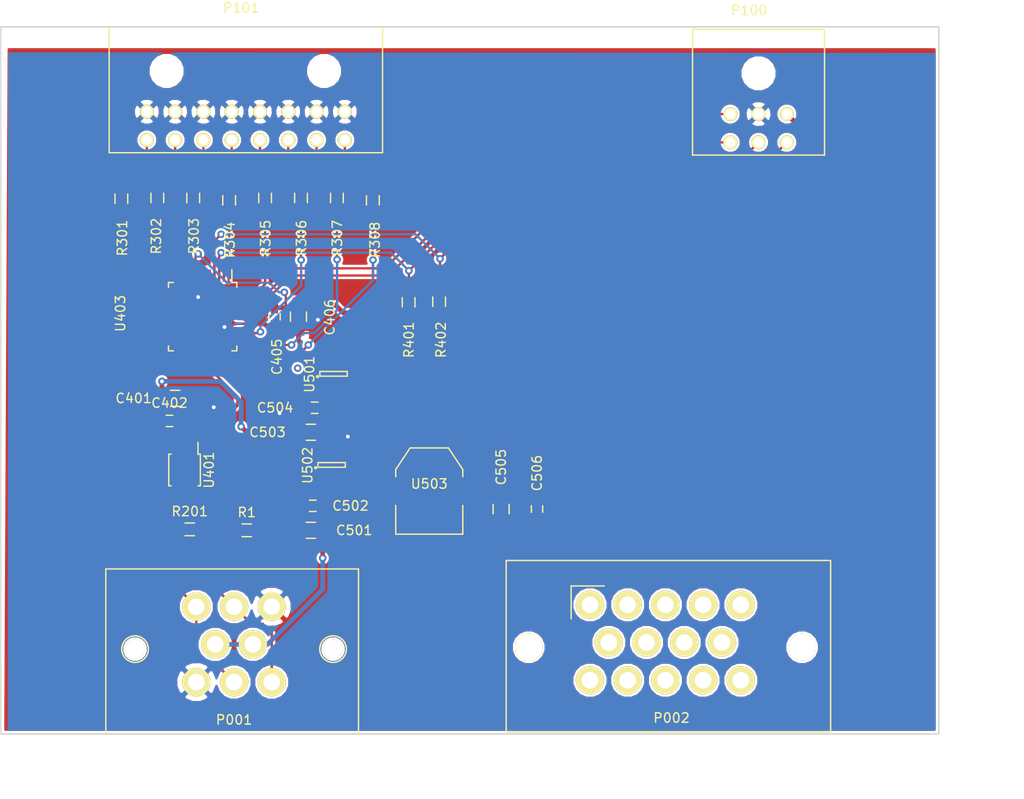
<source format=kicad_pcb>
(kicad_pcb (version 4) (host pcbnew 4.0.1-stable)
  (layers (0 F.Cu signal) (31 B.Cu signal hide) (34 B.Paste user) (35 F.Paste user) (36 B.SilkS user) (37 F.SilkS user) (38 B.Mask user) (39 F.Mask user) (44 Edge.Cuts user))
  (net 0 "")
  (net 1 "Net-(P002-Pad10)")
  (net 2 "Net-(P002-Pad2)")
  (net 3 "Net-(P002-Pad8)")
  (net 4 "Net-(P002-Pad7)")
  (net 5 "Net-(P002-Pad6)")
  (net 6 "Net-(P002-Pad5)")
  (net 7 "Net-(P002-Pad4)")
  (net 8 "Net-(P002-Pad3)")
  (net 9 "Net-(P002-Pad1)")
  (net 10 "Net-(P002-Pad9)")
  (net 11 "Net-(P101-Pad10)")
  (net 12 "Net-(P101-Pad12)")
  (net 13 "Net-(P101-Pad14)")
  (net 14 "Net-(P101-Pad16)")
  (net 15 GND)
  (net 16 +3V3)
  (net 17 /BACK_PANEL/CANH)
  (net 18 /FRONT_PANEL/MCU_RESET_N)
  (net 19 /FRONT_PANEL/MCU_PROG_N)
  (net 20 /FRONT_PANEL/RXD)
  (net 21 /FRONT_PANEL/TXD)
  (net 22 /FRONT_PANEL/LED0)
  (net 23 /FRONT_PANEL/LED2)
  (net 24 /FRONT_PANEL/LED4)
  (net 25 /FRONT_PANEL/LED6)
  (net 26 /FRONT_PANEL/LED1)
  (net 27 /FRONT_PANEL/LED3)
  (net 28 /FRONT_PANEL/LED5)
  (net 29 /FRONT_PANEL/LED7)
  (net 30 /Micro_Controller/PIO0_1)
  (net 31 "Net-(U403-Pad6)")
  (net 32 "Net-(U403-Pad7)")
  (net 33 "Net-(U403-Pad10)")
  (net 34 /Micro_Controller/PIO2_1)
  (net 35 /Micro_Controller/PIO0_3)
  (net 36 /Micro_Controller/PIO0_4)
  (net 37 /Micro_Controller/PIO0_5)
  (net 38 /Micro_Controller/PIO1_9)
  (net 39 /Micro_Controller/PIO2_4)
  (net 40 "Net-(U403-Pad21)")
  (net 41 "Net-(U403-Pad22)")
  (net 42 "Net-(U403-Pad23)")
  (net 43 "Net-(U403-Pad24)")
  (net 44 "Net-(U403-Pad25)")
  (net 45 /Micro_Controller/PIO2_2)
  (net 46 "Net-(U403-Pad27)")
  (net 47 "Net-(U403-Pad28)")
  (net 48 "Net-(U403-Pad29)")
  (net 49 /Micro_Controller/PIO1_10)
  (net 50 "Net-(U403-Pad31)")
  (net 51 /Micro_Controller/PIO0_11)
  (net 52 /Micro_Controller/PIO1_0)
  (net 53 /Micro_Controller/PIO1_1)
  (net 54 /Micro_Controller/PIO1_2)
  (net 55 /Micro_Controller/PIO2_3)
  (net 56 /Micro_Controller/PIO1_4)
  (net 57 /Micro_Controller/PIO1_11)
  (net 58 /Micro_Controller/PIO1_5)
  (net 59 "Net-(U501-Pad4)")
  (net 60 "Net-(P101-Pad9)")
  (net 61 "Net-(P101-Pad11)")
  (net 62 "Net-(P101-Pad13)")
  (net 63 "Net-(P101-Pad15)")
  (net 64 +5V)
  (net 65 /BACK_PANEL/CANL)
  (net 66 /Micro_Controller/CAN_RXD)
  (net 67 /Micro_Controller/CAN_TXD)
  (net 68 /Micro_Controller/PIO3_2)
  (net 69 +12V)
  (net 70 "Net-(U502-Pad4)")
  (net 71 "Net-(R1-Pad1)")
  (net 72 "Net-(U401-Pad5)")
  (net 73 VCC)
  (net 74 "Net-(P002-Pad14)")
  (net 75 "Net-(P002-Pad13)")
  (net 76 "Net-(P002-Pad12)")
  (net 77 "Net-(P002-Pad11)")
  (module Connectors_Molex:Connector_Microfit3_Header_02x03_Angled_43045-060x (layer F.Cu) (at 179.88 62.25 180)
    (fp_text reference P100 (at -2 11 180) (layer F.SilkS))
    (fp_text value ISP)
    (pad 1 thru_hole circle (at 0 0 180) (size 1.5 1.5) (drill 1.1) (layers *.Cu *.Mask F.SilkS) (net 21 /FRONT_PANEL/TXD))
    (pad 4 thru_hole circle (at 0 -3 180) (size 1.5 1.5) (drill 1.1) (layers *.Cu *.Mask F.SilkS) (net 20 /FRONT_PANEL/RXD))
    (pad 5 thru_hole circle (at -3 -3 180) (size 1.5 1.5) (drill 1.1) (layers *.Cu *.Mask F.SilkS) (net 18 /FRONT_PANEL/MCU_RESET_N))
    (pad 2 thru_hole circle (at -3 0 180) (size 1.5 1.5) (drill 1.1) (layers *.Cu *.Mask F.SilkS) (net 15 GND))
    (pad 6 thru_hole circle (at -6 -3 180) (size 1.5 1.5) (drill 1.1) (layers *.Cu *.Mask F.SilkS) (net 19 /FRONT_PANEL/MCU_PROG_N))
    (pad 3 thru_hole circle (at -6 0 180) (size 1.5 1.5) (drill 1.1) (layers *.Cu *.Mask F.SilkS) (net 64 +5V))
    (pad "" np_thru_hole circle (at -3 4.32 180) (size 3.1 3.1) (drill 3.1) (layers *.Cu *.Mask F.SilkS))
  )
  (module MITEVT_AUTOMOTIVECON:776280-1 (layer F.Cu) (at 123.25 122.5)
    (fp_text reference P001 (at 4 4) (layer F.SilkS))
    (fp_text value CANCONNECTOR)
    (pad 6 thru_hole circle (at 0 0) (size 3 3) (drill 1.75) (layers *.Cu *.Mask F.SilkS) (net 15 GND))
    (pad 1 thru_hole circle (at 0 -8) (size 3 3) (drill 1.75) (layers *.Cu *.Mask F.SilkS) (net 65 /BACK_PANEL/CANL))
    (pad 2 thru_hole circle (at 4 -8) (size 3 3) (drill 1.75) (layers *.Cu *.Mask F.SilkS) (net 17 /BACK_PANEL/CANH))
    (pad 3 thru_hole circle (at 8 -8) (size 3 3) (drill 1.75) (layers *.Cu *.Mask F.SilkS) (net 15 GND))
    (pad 7 thru_hole circle (at 4 0) (size 3 3) (drill 1.75) (layers *.Cu *.Mask F.SilkS) (net 65 /BACK_PANEL/CANL))
    (pad 8 thru_hole circle (at 8 0) (size 3 3) (drill 1.75) (layers *.Cu *.Mask F.SilkS) (net 17 /BACK_PANEL/CANH))
    (pad 5 thru_hole circle (at 6 -4) (size 3 3) (drill 1.75) (layers *.Cu *.Mask F.SilkS) (net 69 +12V))
    (pad 4 thru_hole circle (at 2 -4) (size 3 3) (drill 1.75) (layers *.Cu *.Mask F.SilkS) (net 69 +12V))
    (pad 9 thru_hole circle (at -6.5 -3.5) (size 2 2) (drill 2) (layers *.Cu *.Mask F.SilkS))
    (pad 10 thru_hole circle (at 14.5 -3.5) (size 2 2) (drill 2) (layers *.Cu *.Mask F.SilkS))
  )
  (module Connectors_Molex:Connector_Microfit3_Header_02x08_Angled_43045-160x (layer F.Cu) (at 118 62 180)
    (fp_text reference P101 (at -10 11 180) (layer F.SilkS))
    (fp_text value DEBUG_LED)
    (pad 9 thru_hole circle (at 0 -3 180) (size 1.5 1.5) (drill 1.1) (layers *.Cu *.Mask F.SilkS) (net 60 "Net-(P101-Pad9)"))
    (pad 1 thru_hole circle (at 0 0 180) (size 1.5 1.5) (drill 1.1) (layers *.Cu *.Mask F.SilkS) (net 15 GND))
    (pad 2 thru_hole circle (at -3 0 180) (size 1.5 1.5) (drill 1.1) (layers *.Cu *.Mask F.SilkS) (net 15 GND))
    (pad 10 thru_hole circle (at -3 -3 180) (size 1.5 1.5) (drill 1.1) (layers *.Cu *.Mask F.SilkS) (net 11 "Net-(P101-Pad10)"))
    (pad 11 thru_hole circle (at -6 -3 180) (size 1.5 1.5) (drill 1.1) (layers *.Cu *.Mask F.SilkS) (net 61 "Net-(P101-Pad11)"))
    (pad 3 thru_hole circle (at -6 0 180) (size 1.5 1.5) (drill 1.1) (layers *.Cu *.Mask F.SilkS) (net 15 GND))
    (pad 4 thru_hole circle (at -9 0 180) (size 1.5 1.5) (drill 1.1) (layers *.Cu *.Mask F.SilkS) (net 15 GND))
    (pad 12 thru_hole circle (at -9 -3 180) (size 1.5 1.5) (drill 1.1) (layers *.Cu *.Mask F.SilkS) (net 12 "Net-(P101-Pad12)"))
    (pad "" np_thru_hole circle (at -2.1 4.32 180) (size 3.1 3.1) (drill 3.1) (layers *.Cu *.Mask F.SilkS))
    (pad 13 thru_hole circle (at -12 -3 180) (size 1.5 1.5) (drill 1.1) (layers *.Cu *.Mask F.SilkS) (net 62 "Net-(P101-Pad13)"))
    (pad 5 thru_hole circle (at -12 0 180) (size 1.5 1.5) (drill 1.1) (layers *.Cu *.Mask F.SilkS) (net 15 GND))
    (pad 6 thru_hole circle (at -15 0 180) (size 1.5 1.5) (drill 1.1) (layers *.Cu *.Mask F.SilkS) (net 15 GND))
    (pad 14 thru_hole circle (at -15 -3 180) (size 1.5 1.5) (drill 1.1) (layers *.Cu *.Mask F.SilkS) (net 13 "Net-(P101-Pad14)"))
    (pad 15 thru_hole circle (at -18 -3 180) (size 1.5 1.5) (drill 1.1) (layers *.Cu *.Mask F.SilkS) (net 63 "Net-(P101-Pad15)"))
    (pad 7 thru_hole circle (at -18 0 180) (size 1.5 1.5) (drill 1.1) (layers *.Cu *.Mask F.SilkS) (net 15 GND))
    (pad 16 thru_hole circle (at -21 -3 180) (size 1.5 1.5) (drill 1.1) (layers *.Cu *.Mask F.SilkS) (net 14 "Net-(P101-Pad16)"))
    (pad 8 thru_hole circle (at -21 0 180) (size 1.5 1.5) (drill 1.1) (layers *.Cu *.Mask F.SilkS) (net 15 GND))
    (pad "" np_thru_hole circle (at -18.8 4.32 180) (size 3.1 3.1) (drill 3.1) (layers *.Cu *.Mask F.SilkS))
  )
  (module Capacitors_SMD:C_0805_HandSoldering (layer F.Cu) (at 121 92.4)
    (fp_text reference C401 (at -4.4 0) (layer F.SilkS))
    (fp_text value 10uF)
    (pad 1 smd rect (at -1.25 0) (size 1.5 1.25) (layers F.Cu F.Paste F.Mask) (net 64 +5V))
    (pad 2 smd rect (at 1.25 0) (size 1.5 1.25) (layers F.Cu F.Paste F.Mask) (net 15 GND))
  )
  (module Capacitors_SMD:C_0603_HandSoldering (layer F.Cu) (at 131.54 83.74 270)
    (fp_text reference C405 (at 4.26 -0.26 270) (layer F.SilkS))
    (fp_text value 0.1uF)
    (pad 1 smd rect (at -0.95 0 270) (size 1.2 0.75) (layers F.Cu F.Paste F.Mask) (net 16 +3V3))
    (pad 2 smd rect (at 0.95 0 270) (size 1.2 0.75) (layers F.Cu F.Paste F.Mask) (net 15 GND))
  )
  (module Capacitors_SMD:C_0805_HandSoldering (layer F.Cu) (at 134.08 83.74 270)
    (fp_text reference C406 (at 0.06 -3.32 270) (layer F.SilkS))
    (fp_text value 10uF)
    (pad 1 smd rect (at -1.25 0 270) (size 1.5 1.25) (layers F.Cu F.Paste F.Mask) (net 16 +3V3))
    (pad 2 smd rect (at 1.25 0 270) (size 1.5 1.25) (layers F.Cu F.Paste F.Mask) (net 15 GND))
  )
  (module Resistors_SMD:R_0603_HandSoldering (layer F.Cu) (at 122.555 106.299)
    (fp_text reference R201 (at 0 -1.9) (layer F.SilkS))
    (fp_text value R)
    (pad 1 smd rect (at -1.1 0) (size 1.2 0.9) (layers F.Cu F.Paste F.Mask) (net 65 /BACK_PANEL/CANL))
    (pad 2 smd rect (at 1.1 0) (size 1.2 0.9) (layers F.Cu F.Paste F.Mask) (net 17 /BACK_PANEL/CANH))
  )
  (module Resistors_SMD:R_0603_HandSoldering (layer F.Cu) (at 115.3 71.23 90)
    (fp_text reference R301 (at -4.17 0.1 90) (layer F.SilkS))
    (fp_text value 100)
    (pad 1 smd rect (at -1.1 0 90) (size 1.2 0.9) (layers F.Cu F.Paste F.Mask) (net 22 /FRONT_PANEL/LED0))
    (pad 2 smd rect (at 1.1 0 90) (size 1.2 0.9) (layers F.Cu F.Paste F.Mask) (net 60 "Net-(P101-Pad9)"))
  )
  (module Resistors_SMD:R_0603_HandSoldering (layer F.Cu) (at 119.11 71.15 270)
    (fp_text reference R302 (at 4.05 0.11 270) (layer F.SilkS))
    (fp_text value 100)
    (pad 1 smd rect (at -1.1 0 270) (size 1.2 0.9) (layers F.Cu F.Paste F.Mask) (net 11 "Net-(P101-Pad10)"))
    (pad 2 smd rect (at 1.1 0 270) (size 1.2 0.9) (layers F.Cu F.Paste F.Mask) (net 26 /FRONT_PANEL/LED1))
  )
  (module Resistors_SMD:R_0603_HandSoldering (layer F.Cu) (at 122.92 71.15 270)
    (fp_text reference R303 (at 4.05 -0.08 270) (layer F.SilkS))
    (fp_text value 100)
    (pad 1 smd rect (at -1.1 0 270) (size 1.2 0.9) (layers F.Cu F.Paste F.Mask) (net 61 "Net-(P101-Pad11)"))
    (pad 2 smd rect (at 1.1 0 270) (size 1.2 0.9) (layers F.Cu F.Paste F.Mask) (net 23 /FRONT_PANEL/LED2))
  )
  (module Resistors_SMD:R_0603_HandSoldering (layer F.Cu) (at 126.73 71.4 90)
    (fp_text reference R304 (at -4.2 0.07 90) (layer F.SilkS))
    (fp_text value 100)
    (pad 1 smd rect (at -1.1 0 90) (size 1.2 0.9) (layers F.Cu F.Paste F.Mask) (net 27 /FRONT_PANEL/LED3))
    (pad 2 smd rect (at 1.1 0 90) (size 1.2 0.9) (layers F.Cu F.Paste F.Mask) (net 12 "Net-(P101-Pad12)"))
  )
  (module Resistors_SMD:R_0603_HandSoldering (layer F.Cu) (at 130.54 71.15 270)
    (fp_text reference R305 (at 4.25 -0.06 270) (layer F.SilkS))
    (fp_text value 100)
    (pad 1 smd rect (at -1.1 0 270) (size 1.2 0.9) (layers F.Cu F.Paste F.Mask) (net 62 "Net-(P101-Pad13)"))
    (pad 2 smd rect (at 1.1 0 270) (size 1.2 0.9) (layers F.Cu F.Paste F.Mask) (net 24 /FRONT_PANEL/LED4))
  )
  (module Resistors_SMD:R_0603_HandSoldering (layer F.Cu) (at 134.35 71.15 90)
    (fp_text reference R306 (at -4.25 0.05 90) (layer F.SilkS))
    (fp_text value 100)
    (pad 1 smd rect (at -1.1 0 90) (size 1.2 0.9) (layers F.Cu F.Paste F.Mask) (net 28 /FRONT_PANEL/LED5))
    (pad 2 smd rect (at 1.1 0 90) (size 1.2 0.9) (layers F.Cu F.Paste F.Mask) (net 13 "Net-(P101-Pad14)"))
  )
  (module Resistors_SMD:R_0603_HandSoldering (layer F.Cu) (at 138.16 71.15 270)
    (fp_text reference R307 (at 4.25 -0.04 270) (layer F.SilkS))
    (fp_text value 100)
    (pad 1 smd rect (at -1.1 0 270) (size 1.2 0.9) (layers F.Cu F.Paste F.Mask) (net 63 "Net-(P101-Pad15)"))
    (pad 2 smd rect (at 1.1 0 270) (size 1.2 0.9) (layers F.Cu F.Paste F.Mask) (net 25 /FRONT_PANEL/LED6))
  )
  (module Resistors_SMD:R_0603_HandSoldering (layer F.Cu) (at 141.97 71.4 90)
    (fp_text reference R308 (at -4.2 0.23 90) (layer F.SilkS))
    (fp_text value 100)
    (pad 1 smd rect (at -1.1 0 90) (size 1.2 0.9) (layers F.Cu F.Paste F.Mask) (net 29 /FRONT_PANEL/LED7))
    (pad 2 smd rect (at 1.1 0 90) (size 1.2 0.9) (layers F.Cu F.Paste F.Mask) (net 14 "Net-(P101-Pad16)"))
  )
  (module Resistors_SMD:R_0603_HandSoldering (layer F.Cu) (at 145.764 82.216 90)
    (fp_text reference R401 (at -3.984 0.036 90) (layer F.SilkS))
    (fp_text value 10k)
    (pad 1 smd rect (at -1.1 0 90) (size 1.2 0.9) (layers F.Cu F.Paste F.Mask) (net 16 +3V3))
    (pad 2 smd rect (at 1.1 0 90) (size 1.2 0.9) (layers F.Cu F.Paste F.Mask) (net 18 /FRONT_PANEL/MCU_RESET_N))
  )
  (module Resistors_SMD:R_0603_HandSoldering (layer F.Cu) (at 149.0025 82.1525 90)
    (fp_text reference R402 (at -4.0475 0.1975 90) (layer F.SilkS))
    (fp_text value 10k)
    (pad 1 smd rect (at -1.1 0 90) (size 1.2 0.9) (layers F.Cu F.Paste F.Mask) (net 16 +3V3))
    (pad 2 smd rect (at 1.1 0 90) (size 1.2 0.9) (layers F.Cu F.Paste F.Mask) (net 19 /FRONT_PANEL/MCU_PROG_N))
  )
  (module Housings_SSOP:MSOP-8_3x3mm_Pitch0.65mm (layer F.Cu) (at 122 100 270)
    (fp_text reference U401 (at 0 -2.6 270) (layer F.SilkS))
    (fp_text value MCP2551-I/SN)
    (pad 1 smd rect (at -2.2 -0.975 270) (size 1.45 0.45) (layers F.Cu F.Paste F.Mask) (net 67 /Micro_Controller/CAN_TXD))
    (pad 2 smd rect (at -2.2 -0.325 270) (size 1.45 0.45) (layers F.Cu F.Paste F.Mask) (net 15 GND))
    (pad 3 smd rect (at -2.2 0.325 270) (size 1.45 0.45) (layers F.Cu F.Paste F.Mask) (net 64 +5V))
    (pad 4 smd rect (at -2.2 0.975 270) (size 1.45 0.45) (layers F.Cu F.Paste F.Mask) (net 66 /Micro_Controller/CAN_RXD))
    (pad 5 smd rect (at 2.2 0.975 270) (size 1.45 0.45) (layers F.Cu F.Paste F.Mask) (net 72 "Net-(U401-Pad5)"))
    (pad 6 smd rect (at 2.2 0.325 270) (size 1.45 0.45) (layers F.Cu F.Paste F.Mask) (net 65 /BACK_PANEL/CANL))
    (pad 7 smd rect (at 2.2 -0.325 270) (size 1.45 0.45) (layers F.Cu F.Paste F.Mask) (net 17 /BACK_PANEL/CANH))
    (pad 8 smd rect (at 2.2 -0.975 270) (size 1.45 0.45) (layers F.Cu F.Paste F.Mask) (net 71 "Net-(R1-Pad1)"))
  )
  (module Housings_QFP:LQFP-48_7x7mm_Pitch0.5mm (layer F.Cu) (at 123.92 83.74 270)
    (fp_text reference U403 (at -0.34 8.72 270) (layer F.SilkS))
    (fp_text value LPC11C14)
    (pad 1 smd rect (at -4.35 -2.75 270) (size 1.3 0.25) (layers F.Cu F.Paste F.Mask) (net 27 /FRONT_PANEL/LED3))
    (pad 2 smd rect (at -4.35 -2.25 270) (size 1.3 0.25) (layers F.Cu F.Paste F.Mask) (net 30 /Micro_Controller/PIO0_1))
    (pad 3 smd rect (at -4.35 -1.75 270) (size 1.3 0.25) (layers F.Cu F.Paste F.Mask) (net 18 /FRONT_PANEL/MCU_RESET_N))
    (pad 4 smd rect (at -4.35 -1.25 270) (size 1.3 0.25) (layers F.Cu F.Paste F.Mask) (net 19 /FRONT_PANEL/MCU_PROG_N))
    (pad 5 smd rect (at -4.35 -0.75 270) (size 1.3 0.25) (layers F.Cu F.Paste F.Mask) (net 15 GND))
    (pad 6 smd rect (at -4.35 -0.25 270) (size 1.3 0.25) (layers F.Cu F.Paste F.Mask) (net 31 "Net-(U403-Pad6)"))
    (pad 7 smd rect (at -4.35 0.25 270) (size 1.3 0.25) (layers F.Cu F.Paste F.Mask) (net 32 "Net-(U403-Pad7)"))
    (pad 8 smd rect (at -4.35 0.75 270) (size 1.3 0.25) (layers F.Cu F.Paste F.Mask) (net 16 +3V3))
    (pad 9 smd rect (at -4.35 1.25 270) (size 1.3 0.25) (layers F.Cu F.Paste F.Mask) (net 23 /FRONT_PANEL/LED2))
    (pad 10 smd rect (at -4.35 1.75 270) (size 1.3 0.25) (layers F.Cu F.Paste F.Mask) (net 33 "Net-(U403-Pad10)"))
    (pad 11 smd rect (at -4.35 2.25 270) (size 1.3 0.25) (layers F.Cu F.Paste F.Mask) (net 26 /FRONT_PANEL/LED1))
    (pad 12 smd rect (at -4.35 2.75 270) (size 1.3 0.25) (layers F.Cu F.Paste F.Mask) (net 22 /FRONT_PANEL/LED0))
    (pad 13 smd rect (at -2.75 4.35) (size 1.3 0.25) (layers F.Cu F.Paste F.Mask) (net 34 /Micro_Controller/PIO2_1))
    (pad 14 smd rect (at -2.25 4.35) (size 1.3 0.25) (layers F.Cu F.Paste F.Mask) (net 35 /Micro_Controller/PIO0_3))
    (pad 15 smd rect (at -1.75 4.35) (size 1.3 0.25) (layers F.Cu F.Paste F.Mask) (net 36 /Micro_Controller/PIO0_4))
    (pad 16 smd rect (at -1.25 4.35) (size 1.3 0.25) (layers F.Cu F.Paste F.Mask) (net 37 /Micro_Controller/PIO0_5))
    (pad 17 smd rect (at -0.75 4.35) (size 1.3 0.25) (layers F.Cu F.Paste F.Mask) (net 38 /Micro_Controller/PIO1_9))
    (pad 18 smd rect (at -0.25 4.35) (size 1.3 0.25) (layers F.Cu F.Paste F.Mask) (net 39 /Micro_Controller/PIO2_4))
    (pad 19 smd rect (at 0.25 4.35) (size 1.3 0.25) (layers F.Cu F.Paste F.Mask) (net 66 /Micro_Controller/CAN_RXD))
    (pad 20 smd rect (at 0.75 4.35) (size 1.3 0.25) (layers F.Cu F.Paste F.Mask) (net 67 /Micro_Controller/CAN_TXD))
    (pad 21 smd rect (at 1.25 4.35) (size 1.3 0.25) (layers F.Cu F.Paste F.Mask) (net 40 "Net-(U403-Pad21)"))
    (pad 22 smd rect (at 1.75 4.35) (size 1.3 0.25) (layers F.Cu F.Paste F.Mask) (net 41 "Net-(U403-Pad22)"))
    (pad 23 smd rect (at 2.25 4.35) (size 1.3 0.25) (layers F.Cu F.Paste F.Mask) (net 42 "Net-(U403-Pad23)"))
    (pad 24 smd rect (at 2.75 4.35) (size 1.3 0.25) (layers F.Cu F.Paste F.Mask) (net 43 "Net-(U403-Pad24)"))
    (pad 25 smd rect (at 4.35 2.75 270) (size 1.3 0.25) (layers F.Cu F.Paste F.Mask) (net 44 "Net-(U403-Pad25)"))
    (pad 26 smd rect (at 4.35 2.25 270) (size 1.3 0.25) (layers F.Cu F.Paste F.Mask) (net 45 /Micro_Controller/PIO2_2))
    (pad 27 smd rect (at 4.35 1.75 270) (size 1.3 0.25) (layers F.Cu F.Paste F.Mask) (net 46 "Net-(U403-Pad27)"))
    (pad 28 smd rect (at 4.35 1.25 270) (size 1.3 0.25) (layers F.Cu F.Paste F.Mask) (net 47 "Net-(U403-Pad28)"))
    (pad 29 smd rect (at 4.35 0.75 270) (size 1.3 0.25) (layers F.Cu F.Paste F.Mask) (net 48 "Net-(U403-Pad29)"))
    (pad 30 smd rect (at 4.35 0.25 270) (size 1.3 0.25) (layers F.Cu F.Paste F.Mask) (net 49 /Micro_Controller/PIO1_10))
    (pad 31 smd rect (at 4.35 -0.25 270) (size 1.3 0.25) (layers F.Cu F.Paste F.Mask) (net 50 "Net-(U403-Pad31)"))
    (pad 32 smd rect (at 4.35 -0.75 270) (size 1.3 0.25) (layers F.Cu F.Paste F.Mask) (net 51 /Micro_Controller/PIO0_11))
    (pad 33 smd rect (at 4.35 -1.25 270) (size 1.3 0.25) (layers F.Cu F.Paste F.Mask) (net 52 /Micro_Controller/PIO1_0))
    (pad 34 smd rect (at 4.35 -1.75 270) (size 1.3 0.25) (layers F.Cu F.Paste F.Mask) (net 53 /Micro_Controller/PIO1_1))
    (pad 35 smd rect (at 4.35 -2.25 270) (size 1.3 0.25) (layers F.Cu F.Paste F.Mask) (net 54 /Micro_Controller/PIO1_2))
    (pad 36 smd rect (at 4.35 -2.75 270) (size 1.3 0.25) (layers F.Cu F.Paste F.Mask) (net 29 /FRONT_PANEL/LED7))
    (pad 37 smd rect (at 2.75 -4.35) (size 1.3 0.25) (layers F.Cu F.Paste F.Mask) (net 25 /FRONT_PANEL/LED6))
    (pad 38 smd rect (at 2.25 -4.35) (size 1.3 0.25) (layers F.Cu F.Paste F.Mask) (net 55 /Micro_Controller/PIO2_3))
    (pad 39 smd rect (at 1.75 -4.35) (size 1.3 0.25) (layers F.Cu F.Paste F.Mask) (net 28 /FRONT_PANEL/LED5))
    (pad 40 smd rect (at 1.25 -4.35) (size 1.3 0.25) (layers F.Cu F.Paste F.Mask) (net 56 /Micro_Controller/PIO1_4))
    (pad 41 smd rect (at 0.75 -4.35) (size 1.3 0.25) (layers F.Cu F.Paste F.Mask) (net 15 GND))
    (pad 42 smd rect (at 0.25 -4.35) (size 1.3 0.25) (layers F.Cu F.Paste F.Mask) (net 57 /Micro_Controller/PIO1_11))
    (pad 43 smd rect (at -0.25 -4.35) (size 1.3 0.25) (layers F.Cu F.Paste F.Mask) (net 68 /Micro_Controller/PIO3_2))
    (pad 44 smd rect (at -0.75 -4.35) (size 1.3 0.25) (layers F.Cu F.Paste F.Mask) (net 16 +3V3))
    (pad 45 smd rect (at -1.25 -4.35) (size 1.3 0.25) (layers F.Cu F.Paste F.Mask) (net 58 /Micro_Controller/PIO1_5))
    (pad 46 smd rect (at -1.75 -4.35) (size 1.3 0.25) (layers F.Cu F.Paste F.Mask) (net 20 /FRONT_PANEL/RXD))
    (pad 47 smd rect (at -2.25 -4.35) (size 1.3 0.25) (layers F.Cu F.Paste F.Mask) (net 21 /FRONT_PANEL/TXD))
    (pad 48 smd rect (at -2.75 -4.35) (size 1.3 0.25) (layers F.Cu F.Paste F.Mask) (net 24 /FRONT_PANEL/LED4))
  )
  (module Housings_SOT-23_SOT-143_TSOT-6:SOT-23-5 (layer F.Cu) (at 137.8 89.8 90)
    (fp_text reference U501 (at -0.05 -2.55 90) (layer F.SilkS))
    (fp_text value MCP1755-33)
    (pad 1 smd rect (at -1.1 -0.95 90) (size 1.06 0.65) (layers F.Cu F.Paste F.Mask) (net 64 +5V))
    (pad 2 smd rect (at -1.1 0 90) (size 1.06 0.65) (layers F.Cu F.Paste F.Mask) (net 15 GND))
    (pad 3 smd rect (at -1.1 0.95 90) (size 1.06 0.65) (layers F.Cu F.Paste F.Mask) (net 64 +5V))
    (pad 4 smd rect (at 1.1 0.95 90) (size 1.06 0.65) (layers F.Cu F.Paste F.Mask) (net 59 "Net-(U501-Pad4)"))
    (pad 5 smd rect (at 1.1 -0.95 90) (size 1.06 0.65) (layers F.Cu F.Paste F.Mask) (net 16 +3V3))
  )
  (module Housings_SOT-23_SOT-143_TSOT-6:SOT-23-5 (layer F.Cu) (at 137.602 99.465 90)
    (fp_text reference U502 (at -0.05 -2.55 90) (layer F.SilkS))
    (fp_text value MCP1755-5)
    (pad 1 smd rect (at -1.1 -0.95 90) (size 1.06 0.65) (layers F.Cu F.Paste F.Mask) (net 69 +12V))
    (pad 2 smd rect (at -1.1 0 90) (size 1.06 0.65) (layers F.Cu F.Paste F.Mask) (net 15 GND))
    (pad 3 smd rect (at -1.1 0.95 90) (size 1.06 0.65) (layers F.Cu F.Paste F.Mask) (net 69 +12V))
    (pad 4 smd rect (at 1.1 0.95 90) (size 1.06 0.65) (layers F.Cu F.Paste F.Mask) (net 70 "Net-(U502-Pad4)"))
    (pad 5 smd rect (at 1.1 -0.95 90) (size 1.06 0.65) (layers F.Cu F.Paste F.Mask) (net 64 +5V))
  )
  (module Resistors_SMD:R_0603_HandSoldering (layer F.Cu) (at 128.6 106.4)
    (fp_text reference R1 (at 0 -1.9) (layer F.SilkS))
    (fp_text value 20k)
    (pad 1 smd rect (at -1.1 0) (size 1.2 0.9) (layers F.Cu F.Paste F.Mask) (net 71 "Net-(R1-Pad1)"))
    (pad 2 smd rect (at 1.1 0) (size 1.2 0.9) (layers F.Cu F.Paste F.Mask) (net 15 GND))
  )
  (module Capacitors_SMD:C_0805_HandSoldering (layer F.Cu) (at 135.4 106.4)
    (fp_text reference C501 (at 4.6 0) (layer F.SilkS))
    (fp_text value 10μ)
    (pad 1 smd rect (at -1.25 0) (size 1.5 1.25) (layers F.Cu F.Paste F.Mask) (net 15 GND))
    (pad 2 smd rect (at 1.25 0) (size 1.5 1.25) (layers F.Cu F.Paste F.Mask) (net 69 +12V))
  )
  (module Capacitors_SMD:C_0603_HandSoldering (layer F.Cu) (at 135.6 103.8 180)
    (fp_text reference C502 (at -4 0 180) (layer F.SilkS))
    (fp_text value .1μ)
    (pad 1 smd rect (at -0.95 0 180) (size 1.2 0.75) (layers F.Cu F.Paste F.Mask) (net 69 +12V))
    (pad 2 smd rect (at 0.95 0 180) (size 1.2 0.75) (layers F.Cu F.Paste F.Mask) (net 15 GND))
  )
  (module Capacitors_SMD:C_0805_HandSoldering (layer F.Cu) (at 135.4 96 180)
    (fp_text reference C503 (at 4.6 0 180) (layer F.SilkS))
    (fp_text value 10μ)
    (pad 1 smd rect (at -1.25 0 180) (size 1.5 1.25) (layers F.Cu F.Paste F.Mask) (net 64 +5V))
    (pad 2 smd rect (at 1.25 0 180) (size 1.5 1.25) (layers F.Cu F.Paste F.Mask) (net 15 GND))
  )
  (module Capacitors_SMD:C_0603_HandSoldering (layer F.Cu) (at 135.8 93.4 180)
    (fp_text reference C504 (at 4.2 0 180) (layer F.SilkS))
    (fp_text value .1μ)
    (pad 1 smd rect (at -0.95 0 180) (size 1.2 0.75) (layers F.Cu F.Paste F.Mask) (net 64 +5V))
    (pad 2 smd rect (at 0.95 0 180) (size 1.2 0.75) (layers F.Cu F.Paste F.Mask) (net 15 GND))
  )
  (module TO_SOT_Packages_SMD:SOT-223 (layer F.Cu) (at 147.955 102.235)
    (fp_text reference U503 (at 0 -0.762 180) (layer F.SilkS))
    (fp_text value Zsr1000gta)
    (pad 4 smd rect (at 0 -3.302) (size 3.6576 2.032) (layers F.Cu F.Paste F.Mask) (net 15 GND))
    (pad 2 smd rect (at 0 3.302) (size 1.016 2.032) (layers F.Cu F.Paste F.Mask) (net 15 GND))
    (pad 3 smd rect (at 2.286 3.302) (size 1.016 2.032) (layers F.Cu F.Paste F.Mask) (net 73 VCC))
    (pad 1 smd rect (at -2.286 3.302) (size 1.016 2.032) (layers F.Cu F.Paste F.Mask) (net 69 +12V))
  )
  (module Capacitors_SMD:C_0805_HandSoldering (layer F.Cu) (at 155.575 104.14 270)
    (fp_text reference C505 (at -4.445 0 270) (layer F.SilkS))
    (fp_text value 10μ)
    (pad 1 smd rect (at -1.25 0 270) (size 1.5 1.25) (layers F.Cu F.Paste F.Mask) (net 15 GND))
    (pad 2 smd rect (at 1.25 0 270) (size 1.5 1.25) (layers F.Cu F.Paste F.Mask) (net 73 VCC))
  )
  (module Capacitors_SMD:C_0603_HandSoldering (layer F.Cu) (at 159.385 104.14 270)
    (fp_text reference C506 (at -3.81 0 270) (layer F.SilkS))
    (fp_text value .1μ)
    (pad 1 smd rect (at -0.95 0 270) (size 1.2 0.75) (layers F.Cu F.Paste F.Mask) (net 15 GND))
    (pad 2 smd rect (at 0.95 0 270) (size 1.2 0.75) (layers F.Cu F.Paste F.Mask) (net 73 VCC))
  )
  (module MITEVT_AUTOMOTIVECON:776267-1 (layer F.Cu) (at 165 114.3)
    (fp_text reference P002 (at 8.65 12) (layer F.SilkS))
    (fp_text value CONN_01X14)
    (pad 16 thru_hole circle (at 22.5 4.5) (size 2.85 2.85) (drill 2.85) (layers *.Cu *.Mask F.SilkS))
    (pad 14 thru_hole circle (at 16 8) (size 3 3) (drill 1.75) (layers *.Cu *.Mask F.SilkS) (net 74 "Net-(P002-Pad14)"))
    (pad 13 thru_hole circle (at 12 8) (size 3 3) (drill 1.75) (layers *.Cu *.Mask F.SilkS) (net 75 "Net-(P002-Pad13)"))
    (pad 12 thru_hole circle (at 8 8) (size 3 3) (drill 1.75) (layers *.Cu *.Mask F.SilkS) (net 76 "Net-(P002-Pad12)"))
    (pad 11 thru_hole circle (at 4 8) (size 3 3) (drill 1.75) (layers *.Cu *.Mask F.SilkS) (net 77 "Net-(P002-Pad11)"))
    (pad 10 thru_hole circle (at 0 8) (size 3 3) (drill 1.75) (layers *.Cu *.Mask F.SilkS) (net 1 "Net-(P002-Pad10)"))
    (pad 9 thru_hole circle (at 14 4) (size 3 3) (drill 1.75) (layers *.Cu *.Mask F.SilkS) (net 10 "Net-(P002-Pad9)"))
    (pad 8 thru_hole circle (at 10 4) (size 3 3) (drill 1.75) (layers *.Cu *.Mask F.SilkS) (net 3 "Net-(P002-Pad8)"))
    (pad 7 thru_hole circle (at 6 4) (size 3 3) (drill 1.75) (layers *.Cu *.Mask F.SilkS) (net 4 "Net-(P002-Pad7)"))
    (pad 2 thru_hole circle (at 4 0) (size 3 3) (drill 1.75) (layers *.Cu *.Mask F.SilkS) (net 2 "Net-(P002-Pad2)"))
    (pad 5 thru_hole circle (at 16 0) (size 3 3) (drill 1.75) (layers *.Cu *.Mask F.SilkS) (net 6 "Net-(P002-Pad5)"))
    (pad 4 thru_hole circle (at 12 0) (size 3 3) (drill 1.75) (layers *.Cu *.Mask F.SilkS) (net 7 "Net-(P002-Pad4)"))
    (pad 3 thru_hole circle (at 8 0) (size 3 3) (drill 1.75) (layers *.Cu *.Mask F.SilkS) (net 8 "Net-(P002-Pad3)"))
    (pad 1 thru_hole circle (at 0 0) (size 3 3) (drill 1.75) (layers *.Cu *.Mask F.SilkS) (net 9 "Net-(P002-Pad1)"))
    (pad 6 thru_hole circle (at 2 4) (size 3 3) (drill 1.75) (layers *.Cu *.Mask F.SilkS) (net 5 "Net-(P002-Pad6)"))
    (pad 15 thru_hole circle (at -6.5 4.5) (size 2.85 2.85) (drill 2.85) (layers *.Cu *.Mask F.SilkS))
  )
  (module Capacitors_SMD:C_0603_HandSoldering (layer F.Cu) (at 120.4 94.8)
    (fp_text reference C402 (at 0 -1.9) (layer F.SilkS))
    (fp_text value 0.1uF)
    (pad 1 smd rect (at -0.95 0) (size 1.2 0.75) (layers F.Cu F.Paste F.Mask) (net 64 +5V))
    (pad 2 smd rect (at 0.95 0) (size 1.2 0.75) (layers F.Cu F.Paste F.Mask) (net 15 GND))
  )
  (gr_line (start 102.5 128) (end 102.5 53) (layer Edge.Cuts) (width 0.15))
  (gr_line (start 202 53) (end 102.5 53) (layer Edge.Cuts) (width 0.15))
  (gr_line (start 202 128) (end 202 53) (layer Edge.Cuts) (width 0.15))
  (gr_line (start 102.5 128) (end 202 128) (layer Edge.Cuts) (width 0.15))
  (segment (start 127.381 84.455) (end 128.016 84.455) (width 0.25) (layer B.Cu) (net 0))
  (segment (start 133.917 89.283) (end 134 89.2) (width 0.25) (layer F.Cu) (net 0))
  (via (at 134 89.2) (size 0.8) (drill 0.4) (layers F.Cu B.Cu) (net 0))
  (segment (start 119 69) (end 119.11 69.11) (width 0.25) (layer F.Cu) (net 11))
  (segment (start 119.11 69.11) (end 119.11 70.05) (width 0.25) (layer F.Cu) (net 11))
  (segment (start 121 67) (end 119 69) (width 0.25) (layer F.Cu) (net 11))
  (segment (start 121 65) (end 121 67) (width 0.25) (layer F.Cu) (net 11))
  (segment (start 127 68) (end 126.73 68.27) (width 0.25) (layer F.Cu) (net 12))
  (segment (start 126.73 68.27) (end 126.73 70.3) (width 0.25) (layer F.Cu) (net 12))
  (segment (start 127 65) (end 127 68) (width 0.25) (layer F.Cu) (net 12))
  (segment (start 134 69) (end 134.15 69) (width 0.25) (layer F.Cu) (net 13))
  (segment (start 134.15 69) (end 134.35 69.2) (width 0.25) (layer F.Cu) (net 13))
  (segment (start 134.35 69.2) (end 134.35 70.05) (width 0.25) (layer F.Cu) (net 13))
  (segment (start 133 68) (end 134 69) (width 0.25) (layer F.Cu) (net 13))
  (segment (start 133 65) (end 133 68) (width 0.25) (layer F.Cu) (net 13))
  (segment (start 139 65) (end 139 67.18) (width 0.25) (layer F.Cu) (net 14))
  (segment (start 141.97 70.15) (end 141.97 70.3) (width 0.25) (layer F.Cu) (net 14))
  (segment (start 139 67.18) (end 141.97 70.15) (width 0.25) (layer F.Cu) (net 14))
  (segment (start 122.25 92.4) (end 124.15 92.4) (width 0.5) (layer F.Cu) (net 15))
  (via (at 125.095 93.345) (size 0.8) (drill 0.4) (layers F.Cu B.Cu) (net 15))
  (segment (start 124.15 92.4) (end 125.095 93.345) (width 0.5) (layer F.Cu) (net 15))
  (segment (start 137.602 100.565) (end 137.602 97.874998) (width 0.25) (layer F.Cu) (net 15))
  (segment (start 137.602 97.874998) (end 139.016998 96.46) (width 0.25) (layer F.Cu) (net 15))
  (segment (start 139.016998 96.46) (end 139.319 96.46) (width 0.25) (layer F.Cu) (net 15))
  (via (at 139.319 96.46) (size 0.8) (drill 0.4) (layers F.Cu B.Cu) (net 15))
  (segment (start 131.54 84.69) (end 133.78 84.69) (width 0.5) (layer F.Cu) (net 15))
  (segment (start 133.78 84.69) (end 134.08 84.99) (width 0.5) (layer F.Cu) (net 15))
  (segment (start 127.017082 84.137082) (end 124.67 81.79) (width 0.25) (layer F.Cu) (net 15))
  (segment (start 127.37 84.49) (end 127.017082 84.137082) (width 0.25) (layer F.Cu) (net 15))
  (segment (start 127.017082 84.137082) (end 126.936918 84.137082) (width 0.25) (layer F.Cu) (net 15))
  (segment (start 126.936918 84.137082) (end 126.238 84.836) (width 0.25) (layer F.Cu) (net 15))
  (via (at 126.238 84.836) (size 0.8) (drill 0.4) (layers F.Cu B.Cu) (net 15))
  (segment (start 128.27 84.49) (end 127.37 84.49) (width 0.25) (layer F.Cu) (net 15))
  (segment (start 124.67 81.79) (end 124.67 80.960711) (width 0.25) (layer F.Cu) (net 15))
  (segment (start 124.67 80.634788) (end 124.67 80.960711) (width 0.25) (layer F.Cu) (net 15))
  (segment (start 124.67 80.960711) (end 124.144289 80.960711) (width 0.25) (layer F.Cu) (net 15))
  (segment (start 124.144289 80.960711) (end 123.444 81.661) (width 0.25) (layer F.Cu) (net 15))
  (via (at 123.444 81.661) (size 0.8) (drill 0.4) (layers F.Cu B.Cu) (net 15))
  (segment (start 124.67 79.39) (end 124.67 80.634788) (width 0.25) (layer F.Cu) (net 15))
  (segment (start 124.67 80.634788) (end 124.67 81.705) (width 0.25) (layer F.Cu) (net 15))
  (segment (start 134.08 84.99) (end 135.218682 84.99) (width 0.5) (layer F.Cu) (net 15))
  (segment (start 135.218682 84.99) (end 136.139341 84.069341) (width 0.5) (layer F.Cu) (net 15))
  (via (at 136.139341 84.069341) (size 0.8) (drill 0.4) (layers F.Cu B.Cu) (net 15))
  (segment (start 124.67 79.39) (end 124.67 80.689) (width 0.25) (layer F.Cu) (net 15))
  (segment (start 134.15 96) (end 132.83 96) (width 0.5) (layer F.Cu) (net 15))
  (via (at 132.08 93.98) (size 0.8) (drill 0.4) (layers F.Cu B.Cu) (net 15))
  (segment (start 132.08 95.25) (end 132.08 93.98) (width 0.5) (layer F.Cu) (net 15))
  (segment (start 132.83 96) (end 132.08 95.25) (width 0.5) (layer F.Cu) (net 15))
  (segment (start 141 85.2) (end 141 85.2) (width 0.5) (layer F.Cu) (net 16))
  (segment (start 141 85.2) (end 140.35 85.2) (width 0.5) (layer F.Cu) (net 16))
  (segment (start 141 83.316) (end 141 85.2) (width 0.5) (layer F.Cu) (net 16))
  (segment (start 140.35 85.2) (end 136.85 88.7) (width 0.5) (layer F.Cu) (net 16))
  (segment (start 138.75 83.251) (end 138.815 83.316) (width 0.5) (layer F.Cu) (net 16))
  (segment (start 137.989 82.49) (end 134.08 82.49) (width 0.5) (layer F.Cu) (net 16))
  (segment (start 138.75 83.251) (end 137.989 82.49) (width 0.5) (layer F.Cu) (net 16))
  (segment (start 138.815 83.316) (end 141 83.316) (width 0.5) (layer F.Cu) (net 16))
  (segment (start 141 83.316) (end 145.764 83.316) (width 0.5) (layer F.Cu) (net 16))
  (segment (start 123.444 77.089) (end 123.17 77.363) (width 0.25) (layer F.Cu) (net 16))
  (segment (start 123.17 77.363) (end 123.17 79.39) (width 0.25) (layer F.Cu) (net 16))
  (segment (start 131.006315 80.137) (end 126.492 80.137) (width 0.25) (layer B.Cu) (net 16))
  (segment (start 126.492 80.137) (end 123.444 77.089) (width 0.25) (layer B.Cu) (net 16))
  (via (at 123.444 77.089) (size 0.8) (drill 0.4) (layers F.Cu B.Cu) (net 16))
  (segment (start 132.588 81.153) (end 132.022315 81.153) (width 0.25) (layer B.Cu) (net 16))
  (segment (start 132.022315 81.153) (end 131.006315 80.137) (width 0.25) (layer B.Cu) (net 16))
  (segment (start 132.740853 82.79) (end 133.78 82.79) (width 0.5) (layer F.Cu) (net 16))
  (segment (start 131.54 82.79) (end 132.740853 82.79) (width 0.5) (layer F.Cu) (net 16))
  (segment (start 132.740853 82.79) (end 132.740853 81.305853) (width 0.25) (layer F.Cu) (net 16))
  (segment (start 132.740853 81.305853) (end 132.588 81.153) (width 0.25) (layer F.Cu) (net 16))
  (via (at 132.588 81.153) (size 0.8) (drill 0.4) (layers F.Cu B.Cu) (net 16))
  (segment (start 129.17 82.99) (end 130.465 82.99) (width 0.25) (layer F.Cu) (net 16))
  (segment (start 130.465 82.99) (end 130.665 82.79) (width 0.5) (layer F.Cu) (net 16))
  (segment (start 130.665 82.79) (end 131.54 82.79) (width 0.5) (layer F.Cu) (net 16))
  (segment (start 145.764 83.316) (end 148.939 83.316) (width 0.5) (layer F.Cu) (net 16))
  (segment (start 148.939 83.316) (end 149.0025 83.2525) (width 0.5) (layer F.Cu) (net 16))
  (segment (start 131.47 82.79) (end 131.54 82.79) (width 0.5) (layer F.Cu) (net 16))
  (segment (start 128.27 82.99) (end 129.17 82.99) (width 0.25) (layer F.Cu) (net 16))
  (segment (start 133.78 82.79) (end 134.08 82.49) (width 0.5) (layer F.Cu) (net 16))
  (segment (start 130.295001 116.325001) (end 131.25 117.28) (width 0.25) (layer F.Cu) (net 17))
  (segment (start 131.25 117.28) (end 131.25 122.5) (width 0.25) (layer F.Cu) (net 17))
  (segment (start 127.25 114.5) (end 129.075001 116.325001) (width 0.25) (layer F.Cu) (net 17))
  (segment (start 129.075001 116.325001) (end 130.295001 116.325001) (width 0.25) (layer F.Cu) (net 17))
  (segment (start 123.655 106.72441) (end 123.655 110.905) (width 0.25) (layer F.Cu) (net 17))
  (segment (start 123.655 110.905) (end 127.25 114.5) (width 0.25) (layer F.Cu) (net 17))
  (segment (start 122.325 102.2) (end 122.325 104.969) (width 0.25) (layer F.Cu) (net 17))
  (segment (start 122.325 104.969) (end 123.655 106.299) (width 0.25) (layer F.Cu) (net 17))
  (segment (start 157.353 67.31) (end 180.82 67.31) (width 0.25) (layer F.Cu) (net 18))
  (segment (start 180.82 67.31) (end 182.88 65.25) (width 0.25) (layer F.Cu) (net 18))
  (segment (start 145.796 78.867) (end 157.353 67.31) (width 0.25) (layer F.Cu) (net 18))
  (segment (start 145.796 78.867) (end 145.796 81.084) (width 0.25) (layer F.Cu) (net 18))
  (segment (start 145.796 81.084) (end 145.764 81.116) (width 0.25) (layer F.Cu) (net 18))
  (segment (start 143.883424 76.954424) (end 145.796 78.867) (width 0.25) (layer B.Cu) (net 18))
  (via (at 145.796 78.867) (size 0.8) (drill 0.4) (layers F.Cu B.Cu) (net 18))
  (segment (start 125.87999 76.954424) (end 143.883424 76.954424) (width 0.25) (layer B.Cu) (net 18))
  (segment (start 145.74066 81.09266) (end 145.764 81.116) (width 0.25) (layer F.Cu) (net 18))
  (segment (start 125.67 79.39) (end 125.67 77.164414) (width 0.25) (layer F.Cu) (net 18))
  (segment (start 125.67 77.164414) (end 125.87999 76.954424) (width 0.25) (layer F.Cu) (net 18))
  (via (at 125.87999 76.954424) (size 0.8) (drill 0.4) (layers F.Cu B.Cu) (net 18))
  (segment (start 157.607 67.945) (end 183.185 67.945) (width 0.25) (layer F.Cu) (net 19))
  (segment (start 183.185 67.945) (end 185.88 65.25) (width 0.25) (layer F.Cu) (net 19))
  (segment (start 149.497999 76.054001) (end 157.607 67.945) (width 0.25) (layer F.Cu) (net 19))
  (segment (start 149.098 77.597) (end 149.497999 77.197001) (width 0.25) (layer F.Cu) (net 19))
  (segment (start 149.497999 77.197001) (end 149.497999 76.054001) (width 0.25) (layer F.Cu) (net 19))
  (segment (start 149.098 77.597) (end 149.098 80.957) (width 0.25) (layer F.Cu) (net 19))
  (segment (start 149.098 80.957) (end 149.0025 81.0525) (width 0.25) (layer F.Cu) (net 19))
  (segment (start 146.501 75) (end 149.098 77.597) (width 0.25) (layer B.Cu) (net 19))
  (via (at 149.098 77.597) (size 0.8) (drill 0.4) (layers F.Cu B.Cu) (net 19))
  (segment (start 145.485 75) (end 146.501 75) (width 0.25) (layer B.Cu) (net 19))
  (segment (start 125.87999 75) (end 145.485 75) (width 0.25) (layer B.Cu) (net 19))
  (segment (start 149.0025 81.0525) (end 149.3775 81.0525) (width 0.5) (layer F.Cu) (net 19))
  (segment (start 149.0025 81.0525) (end 149.0025 80.9025) (width 0.5) (layer F.Cu) (net 19))
  (segment (start 149.0025 80.7325) (end 149.0025 81.0525) (width 0.25) (layer F.Cu) (net 19))
  (segment (start 125.17 79.39) (end 125.17 78.49) (width 0.25) (layer F.Cu) (net 19))
  (segment (start 125.17 78.49) (end 125.154989 78.474989) (width 0.25) (layer F.Cu) (net 19))
  (segment (start 125.154989 78.474989) (end 125.154989 75.725001) (width 0.25) (layer F.Cu) (net 19))
  (segment (start 125.154989 75.725001) (end 125.87999 75) (width 0.25) (layer F.Cu) (net 19))
  (via (at 125.87999 75) (size 0.8) (drill 0.4) (layers F.Cu B.Cu) (net 19))
  (segment (start 128.27 81.99) (end 130.677998 81.99) (width 0.25) (layer F.Cu) (net 20))
  (segment (start 130.677998 81.99) (end 133.292998 79.375) (width 0.25) (layer F.Cu) (net 20))
  (segment (start 133.292998 79.375) (end 143.637 79.375) (width 0.25) (layer F.Cu) (net 20))
  (segment (start 143.637 79.375) (end 157.762 65.25) (width 0.25) (layer F.Cu) (net 20))
  (segment (start 157.762 65.25) (end 179.88 65.25) (width 0.25) (layer F.Cu) (net 20))
  (segment (start 128.27 81.49) (end 130.541588 81.49) (width 0.25) (layer F.Cu) (net 21))
  (segment (start 130.541588 81.49) (end 133.418588 78.613) (width 0.25) (layer F.Cu) (net 21))
  (segment (start 133.418588 78.613) (end 143.256 78.613) (width 0.25) (layer F.Cu) (net 21))
  (segment (start 143.256 78.613) (end 159.619 62.25) (width 0.25) (layer F.Cu) (net 21))
  (segment (start 159.619 62.25) (end 179.88 62.25) (width 0.25) (layer F.Cu) (net 21))
  (segment (start 119.761 75.565) (end 121.17 76.974) (width 0.25) (layer F.Cu) (net 22))
  (segment (start 121.17 76.974) (end 121.17 79.39) (width 0.25) (layer F.Cu) (net 22))
  (segment (start 117.685 75.565) (end 119.761 75.565) (width 0.25) (layer F.Cu) (net 22))
  (segment (start 115.3 72.33) (end 115.3 73.18) (width 0.25) (layer F.Cu) (net 22))
  (segment (start 115.3 73.18) (end 117.685 75.565) (width 0.25) (layer F.Cu) (net 22))
  (segment (start 122.92 72.25) (end 122.92 73.1) (width 0.25) (layer F.Cu) (net 23))
  (segment (start 122.92 73.1) (end 122.67 73.35) (width 0.25) (layer F.Cu) (net 23))
  (segment (start 122.67 78.49) (end 122.67 79.39) (width 0.25) (layer F.Cu) (net 23))
  (segment (start 122.67 73.35) (end 122.67 78.49) (width 0.25) (layer F.Cu) (net 23))
  (segment (start 130.54 80.28) (end 129.83 80.99) (width 0.25) (layer F.Cu) (net 24))
  (segment (start 129.83 80.99) (end 128.27 80.99) (width 0.25) (layer F.Cu) (net 24))
  (segment (start 130.54 72.25) (end 130.54 80.28) (width 0.25) (layer F.Cu) (net 24))
  (segment (start 128.27 80.99) (end 128.795 80.99) (width 0.25) (layer F.Cu) (net 24))
  (segment (start 130.429 86.741) (end 130.178 86.49) (width 0.25) (layer F.Cu) (net 25))
  (segment (start 130.178 86.49) (end 128.27 86.49) (width 0.25) (layer F.Cu) (net 25))
  (segment (start 133.35 86.741) (end 130.429 86.741) (width 0.25) (layer F.Cu) (net 25))
  (segment (start 138.176 77.679434) (end 138.176 83.058) (width 0.25) (layer B.Cu) (net 25))
  (segment (start 138.176 83.058) (end 135.763 85.471) (width 0.25) (layer B.Cu) (net 25))
  (segment (start 135.763 85.471) (end 134.62 85.471) (width 0.25) (layer B.Cu) (net 25))
  (segment (start 134.62 85.471) (end 133.35 86.741) (width 0.25) (layer B.Cu) (net 25))
  (via (at 133.35 86.741) (size 0.8) (drill 0.4) (layers F.Cu B.Cu) (net 25))
  (segment (start 138.16 72.25) (end 138.16 77.663434) (width 0.25) (layer F.Cu) (net 25))
  (segment (start 138.16 77.663434) (end 138.176 77.679434) (width 0.25) (layer F.Cu) (net 25))
  (via (at 138.176 77.679434) (size 0.8) (drill 0.4) (layers F.Cu B.Cu) (net 25))
  (segment (start 128.27 86.49) (end 128.795 86.49) (width 0.25) (layer F.Cu) (net 25))
  (segment (start 119.126 74.041) (end 121.67 76.585) (width 0.25) (layer F.Cu) (net 26))
  (segment (start 121.67 76.585) (end 121.67 79.39) (width 0.25) (layer F.Cu) (net 26))
  (segment (start 119.126 72.416) (end 119.126 74.041) (width 0.25) (layer F.Cu) (net 26))
  (segment (start 119.11 72.25) (end 119.11 72.4) (width 0.25) (layer F.Cu) (net 26))
  (segment (start 119.11 72.4) (end 119.126 72.416) (width 0.25) (layer F.Cu) (net 26))
  (segment (start 126.73 72.5) (end 126.73 79.33) (width 0.25) (layer F.Cu) (net 27))
  (segment (start 126.73 79.33) (end 126.67 79.39) (width 0.25) (layer F.Cu) (net 27))
  (segment (start 130.048 85.344) (end 129.902 85.49) (width 0.25) (layer F.Cu) (net 28))
  (segment (start 129.902 85.49) (end 128.27 85.49) (width 0.25) (layer F.Cu) (net 28))
  (segment (start 134.366 77.724) (end 134.366 80.448002) (width 0.25) (layer B.Cu) (net 28))
  (via (at 130.048 85.344) (size 0.8) (drill 0.4) (layers F.Cu B.Cu) (net 28))
  (segment (start 134.366 80.448002) (end 130.048 84.766002) (width 0.25) (layer B.Cu) (net 28))
  (segment (start 130.048 84.766002) (end 130.048 85.344) (width 0.25) (layer B.Cu) (net 28))
  (segment (start 134.35 72.25) (end 134.35 77.708) (width 0.25) (layer F.Cu) (net 28))
  (segment (start 134.35 77.708) (end 134.366 77.724) (width 0.25) (layer F.Cu) (net 28))
  (via (at 134.366 77.724) (size 0.8) (drill 0.4) (layers F.Cu B.Cu) (net 28))
  (segment (start 135.128 86.741) (end 133.779 88.09) (width 0.25) (layer F.Cu) (net 29))
  (segment (start 133.779 88.09) (end 126.67 88.09) (width 0.25) (layer F.Cu) (net 29))
  (segment (start 135.128 86.741) (end 135.94799 85.92101) (width 0.25) (layer B.Cu) (net 29))
  (segment (start 135.94799 85.92101) (end 135.949401 85.921009) (width 0.25) (layer B.Cu) (net 29))
  (segment (start 135.949401 85.921009) (end 141.986 79.88441) (width 0.25) (layer B.Cu) (net 29))
  (segment (start 141.986 79.88441) (end 141.986 78.289685) (width 0.25) (layer B.Cu) (net 29))
  (segment (start 141.986 78.289685) (end 141.986 77.724) (width 0.25) (layer B.Cu) (net 29))
  (segment (start 141.986 77.724) (end 141.986 79.883) (width 0.25) (layer B.Cu) (net 29))
  (via (at 135.128 86.741) (size 0.8) (drill 0.4) (layers F.Cu B.Cu) (net 29))
  (segment (start 141.97 72.5) (end 141.97 77.708) (width 0.25) (layer F.Cu) (net 29))
  (segment (start 141.97 77.708) (end 141.986 77.724) (width 0.25) (layer F.Cu) (net 29))
  (via (at 141.986 77.724) (size 0.8) (drill 0.4) (layers F.Cu B.Cu) (net 29))
  (segment (start 116 69) (end 116 69.28) (width 0.25) (layer F.Cu) (net 60))
  (segment (start 116 69.28) (end 115.3 69.98) (width 0.25) (layer F.Cu) (net 60))
  (segment (start 115.3 69.98) (end 115.3 70.13) (width 0.25) (layer F.Cu) (net 60))
  (segment (start 118 67) (end 116 69) (width 0.25) (layer F.Cu) (net 60))
  (segment (start 118 65) (end 118 67) (width 0.25) (layer F.Cu) (net 60))
  (segment (start 124 67) (end 122.92 68.08) (width 0.25) (layer F.Cu) (net 61))
  (segment (start 122.92 68.08) (end 122.92 70.05) (width 0.25) (layer F.Cu) (net 61))
  (segment (start 124 65) (end 124 67) (width 0.25) (layer F.Cu) (net 61))
  (segment (start 130 68) (end 130.54 68.54) (width 0.25) (layer F.Cu) (net 62))
  (segment (start 130.54 68.54) (end 130.54 70.05) (width 0.25) (layer F.Cu) (net 62))
  (segment (start 130 65) (end 130 68) (width 0.25) (layer F.Cu) (net 62))
  (segment (start 137 69) (end 137.26 69) (width 0.25) (layer F.Cu) (net 63))
  (segment (start 137.26 69) (end 138.16 69.9) (width 0.25) (layer F.Cu) (net 63))
  (segment (start 138.16 69.9) (end 138.16 70.05) (width 0.25) (layer F.Cu) (net 63))
  (segment (start 136 68) (end 137 69) (width 0.25) (layer F.Cu) (net 63))
  (segment (start 136 65) (end 136 68) (width 0.25) (layer F.Cu) (net 63))
  (segment (start 142 88.6) (end 142 88.8) (width 0.5) (layer F.Cu) (net 64))
  (segment (start 142 88.124) (end 141.986 88.138) (width 0.25) (layer F.Cu) (net 64))
  (segment (start 158.242 68.834) (end 185.801 68.834) (width 0.5) (layer F.Cu) (net 64))
  (segment (start 153.289 73.787) (end 158.242 68.834) (width 0.5) (layer F.Cu) (net 64))
  (segment (start 153.289 83.566) (end 153.289 73.787) (width 0.5) (layer F.Cu) (net 64))
  (segment (start 151.003 85.852) (end 153.289 83.566) (width 0.5) (layer F.Cu) (net 64))
  (segment (start 144.272 85.852) (end 151.003 85.852) (width 0.5) (layer F.Cu) (net 64))
  (segment (start 141.986 88.138) (end 144.272 85.852) (width 0.5) (layer F.Cu) (net 64))
  (segment (start 142 88.124) (end 142 88.6) (width 0.5) (layer F.Cu) (net 64))
  (segment (start 188.595 66.04) (end 188.595 64.965) (width 0.5) (layer F.Cu) (net 64))
  (segment (start 185.88 62.25) (end 188.595 64.965) (width 0.5) (layer F.Cu) (net 64))
  (segment (start 185.801 68.834) (end 188.595 66.04) (width 0.5) (layer F.Cu) (net 64))
  (segment (start 142 88.8) (end 139 91.8) (width 0.5) (layer F.Cu) (net 64))
  (segment (start 136.75 93.4) (end 136.75 91) (width 0.5) (layer F.Cu) (net 64))
  (segment (start 136.75 93.4) (end 137.8 93.4) (width 0.5) (layer F.Cu) (net 64))
  (segment (start 136.65 96) (end 136.65 93.5) (width 0.5) (layer F.Cu) (net 64))
  (segment (start 136.65 93.5) (end 136.75 93.4) (width 0.5) (layer F.Cu) (net 64))
  (segment (start 136.652 98.365) (end 136.652 96.002) (width 0.5) (layer F.Cu) (net 64))
  (segment (start 136.652 96.002) (end 136.65 96) (width 0.5) (layer F.Cu) (net 64))
  (segment (start 138.6 92.6) (end 139 92.2) (width 0.5) (layer F.Cu) (net 64))
  (segment (start 139 92.2) (end 139 91.8) (width 0.5) (layer F.Cu) (net 64))
  (segment (start 139 91.8) (end 139 91.15) (width 0.5) (layer F.Cu) (net 64))
  (segment (start 139 91.15) (end 138.75 90.9) (width 0.5) (layer F.Cu) (net 64))
  (segment (start 136.652 98.365) (end 130.965 98.365) (width 0.5) (layer F.Cu) (net 64))
  (segment (start 126.6 91.4) (end 125.8 90.6) (width 0.5) (layer B.Cu) (net 64))
  (segment (start 128 92.8) (end 126.6 91.4) (width 0.5) (layer B.Cu) (net 64))
  (segment (start 128 95.4) (end 129.435 96.835) (width 0.5) (layer F.Cu) (net 64))
  (via (at 128 95.4) (size 0.8) (drill 0.4) (layers F.Cu B.Cu) (net 64))
  (segment (start 128 95.4) (end 128 92.8) (width 0.5) (layer B.Cu) (net 64))
  (via (at 119.6 90.6) (size 0.8) (drill 0.4) (layers F.Cu B.Cu) (net 64))
  (segment (start 125.8 90.6) (end 119.6 90.6) (width 0.5) (layer B.Cu) (net 64))
  (segment (start 130.965 98.365) (end 129.435 96.835) (width 0.5) (layer F.Cu) (net 64))
  (segment (start 137.8 93.4) (end 138.6 92.6) (width 0.5) (layer F.Cu) (net 64))
  (segment (start 138.6 92.6) (end 138.55 92.65) (width 0.5) (layer F.Cu) (net 64))
  (segment (start 120.2 96) (end 119.65 95.45) (width 0.25) (layer F.Cu) (net 64))
  (segment (start 119.65 95.45) (end 119.65 94.975008) (width 0.25) (layer F.Cu) (net 64))
  (segment (start 120.85 96) (end 120.2 96) (width 0.25) (layer F.Cu) (net 64))
  (segment (start 121.675 97.8) (end 121.675 96.825) (width 0.25) (layer F.Cu) (net 64))
  (segment (start 121.675 96.825) (end 120.85 96) (width 0.25) (layer F.Cu) (net 64))
  (segment (start 119.75 92.4) (end 119.75 94.7) (width 0.5) (layer F.Cu) (net 64))
  (segment (start 119.75 94.7) (end 119.65 94.8) (width 0.5) (layer F.Cu) (net 64))
  (segment (start 119.6 90.6) (end 119.6 92.25) (width 0.5) (layer F.Cu) (net 64))
  (segment (start 119.6 92.25) (end 119.75 92.4) (width 0.5) (layer F.Cu) (net 64))
  (segment (start 119.6 90.6) (end 119.55 90.65) (width 0.5) (layer F.Cu) (net 64))
  (segment (start 123.25 114.5) (end 123.25 119.201002) (width 0.25) (layer F.Cu) (net 65))
  (segment (start 123.25 119.201002) (end 124.774998 120.726) (width 0.25) (layer F.Cu) (net 65))
  (segment (start 125.476 120.726) (end 124.774998 120.726) (width 0.25) (layer F.Cu) (net 65))
  (segment (start 127.25 122.5) (end 125.476 120.726) (width 0.25) (layer F.Cu) (net 65))
  (segment (start 121.455 106.299) (end 121.455 112.705) (width 0.25) (layer F.Cu) (net 65))
  (segment (start 121.455 112.705) (end 123.25 114.5) (width 0.25) (layer F.Cu) (net 65))
  (segment (start 121.675 102.2) (end 121.675 106.079) (width 0.25) (layer F.Cu) (net 65))
  (segment (start 121.675 106.079) (end 121.455 106.299) (width 0.25) (layer F.Cu) (net 65))
  (segment (start 115.210295 86.210295) (end 114.989705 86.210295) (width 0.25) (layer F.Cu) (net 66))
  (segment (start 112.4 92.6) (end 115.4 95.6) (width 0.25) (layer F.Cu) (net 66))
  (segment (start 112.4 88.8) (end 112.4 92.6) (width 0.25) (layer F.Cu) (net 66))
  (segment (start 114.989705 86.210295) (end 112.4 88.8) (width 0.25) (layer F.Cu) (net 66))
  (segment (start 117.6 97.8) (end 121.025 97.8) (width 0.25) (layer F.Cu) (net 66))
  (segment (start 115.4 95.6) (end 117.6 97.8) (width 0.25) (layer F.Cu) (net 66))
  (segment (start 115.2 95.4) (end 115.4 95.6) (width 0.25) (layer F.Cu) (net 66))
  (segment (start 121 97.775) (end 121.025 97.8) (width 0.25) (layer F.Cu) (net 66))
  (segment (start 119.57 83.99) (end 117.43059 83.99) (width 0.25) (layer F.Cu) (net 66))
  (segment (start 117.43059 83.99) (end 115.210295 86.210295) (width 0.25) (layer F.Cu) (net 66))
  (segment (start 115.210295 86.210295) (end 115.189 86.23159) (width 0.25) (layer F.Cu) (net 66))
  (segment (start 119.524002 83.994) (end 119.57 84.039998) (width 0.25) (layer F.Cu) (net 66))
  (segment (start 119.57 84.039998) (end 119.57 83.99) (width 0.25) (layer F.Cu) (net 66))
  (segment (start 115.8285 86.2285) (end 115.8285 86.7715) (width 0.25) (layer F.Cu) (net 67))
  (segment (start 125 89.6) (end 125.8 90.4) (width 0.25) (layer F.Cu) (net 67))
  (segment (start 118.657 89.6) (end 125 89.6) (width 0.25) (layer F.Cu) (net 67))
  (segment (start 115.8285 86.7715) (end 118.657 89.6) (width 0.25) (layer F.Cu) (net 67))
  (segment (start 124.8 96) (end 124.8 95.975) (width 0.25) (layer F.Cu) (net 67))
  (segment (start 125.8 90.4) (end 127.6 92.2) (width 0.25) (layer F.Cu) (net 67))
  (segment (start 127.6 92.2) (end 127.6 93.2) (width 0.25) (layer F.Cu) (net 67))
  (segment (start 127.6 93.2) (end 124.8 96) (width 0.25) (layer F.Cu) (net 67))
  (segment (start 125.6 90.2) (end 125.8 90.4) (width 0.25) (layer F.Cu) (net 67))
  (segment (start 125 95.775) (end 124.8 95.975) (width 0.25) (layer F.Cu) (net 67))
  (segment (start 124.8 95.975) (end 122.975 97.8) (width 0.25) (layer F.Cu) (net 67))
  (segment (start 119.57 84.49) (end 117.821 84.49) (width 0.25) (layer F.Cu) (net 67))
  (segment (start 117.821 84.49) (end 117.567 84.49) (width 0.25) (layer F.Cu) (net 67))
  (segment (start 117.567 84.49) (end 115.8285 86.2285) (width 0.25) (layer F.Cu) (net 67))
  (segment (start 115.8285 86.2285) (end 115.824 86.233) (width 0.25) (layer F.Cu) (net 67))
  (segment (start 119.57 84.49) (end 118.67 84.49) (width 0.25) (layer F.Cu) (net 67))
  (segment (start 136.55 103.8) (end 138.552 101.798) (width 0.5) (layer F.Cu) (net 69))
  (segment (start 136.55 103.8) (end 136.55 100.667) (width 0.5) (layer F.Cu) (net 69))
  (segment (start 136.65 106.4) (end 136.65 103.9) (width 0.5) (layer F.Cu) (net 69))
  (segment (start 136.65 103.9) (end 136.55 103.8) (width 0.5) (layer F.Cu) (net 69))
  (segment (start 136.45 103.9) (end 136.55 103.8) (width 0.25) (layer F.Cu) (net 69))
  (segment (start 145.669 105.537) (end 137.513 105.537) (width 0.5) (layer F.Cu) (net 69))
  (segment (start 137.513 105.537) (end 136.65 106.4) (width 0.5) (layer F.Cu) (net 69))
  (segment (start 138.552 101.798) (end 138.552 100.565) (width 0.5) (layer F.Cu) (net 69))
  (segment (start 136.55 100.667) (end 136.652 100.565) (width 0.5) (layer F.Cu) (net 69))
  (segment (start 136.652 108.781315) (end 136.65 108.779315) (width 0.5) (layer F.Cu) (net 69))
  (segment (start 136.65 108.779315) (end 136.65 106.4) (width 0.5) (layer F.Cu) (net 69))
  (segment (start 128.87132 118.5) (end 128.88032 118.491) (width 0.5) (layer B.Cu) (net 69))
  (segment (start 128.87132 118.5) (end 126.75 118.5) (width 0.5) (layer B.Cu) (net 69))
  (segment (start 128.88032 118.491) (end 130.81 118.491) (width 0.5) (layer B.Cu) (net 69))
  (via (at 136.652 109.347) (size 0.8) (drill 0.4) (layers F.Cu B.Cu) (net 69))
  (segment (start 136.652 112.649) (end 136.652 109.347) (width 0.5) (layer B.Cu) (net 69))
  (segment (start 130.81 118.491) (end 136.652 112.649) (width 0.5) (layer B.Cu) (net 69))
  (segment (start 136.652 109.347) (end 136.652 108.781315) (width 0.5) (layer F.Cu) (net 69))
  (segment (start 122.975 102.2) (end 123.3 102.2) (width 0.25) (layer F.Cu) (net 71))
  (segment (start 123.3 102.2) (end 127.5 106.4) (width 0.25) (layer F.Cu) (net 71))
  (segment (start 159.085 105.39) (end 159.385 105.09) (width 0.5) (layer F.Cu) (net 73))
  (segment (start 155.575 105.39) (end 159.085 105.39) (width 0.5) (layer F.Cu) (net 73))
  (segment (start 150.241 105.537) (end 155.428 105.537) (width 0.5) (layer F.Cu) (net 73))
  (segment (start 155.428 105.537) (end 155.575 105.39) (width 0.5) (layer F.Cu) (net 73))
  (zone (net 15) (net_name GND) (layer F.Cu) (connect_pads (clearance 0.254)) (min_thickness 0.254) (fill yes (arc_segments 16) (thermal_gap 0.508) (thermal_bridge_width 0.508))
    (polygon (pts (xy 103.235 55.2605) (xy 203.5015 55.2605) (xy 203.184 131.3335) (xy 102.854 131.27)))
  )
  (zone (net 15) (net_name GND) (layer B.Cu) (connect_pads (clearance 0.254)) (min_thickness 0.254) (fill yes (arc_segments 16) (thermal_gap 0.508) (thermal_bridge_width 0.508))
    (polygon (pts (xy 103.2985 55.705) (xy 203.2475 55.7685) (xy 203.184 131.27) (xy 103.235 131.27)))
  )
)
</source>
